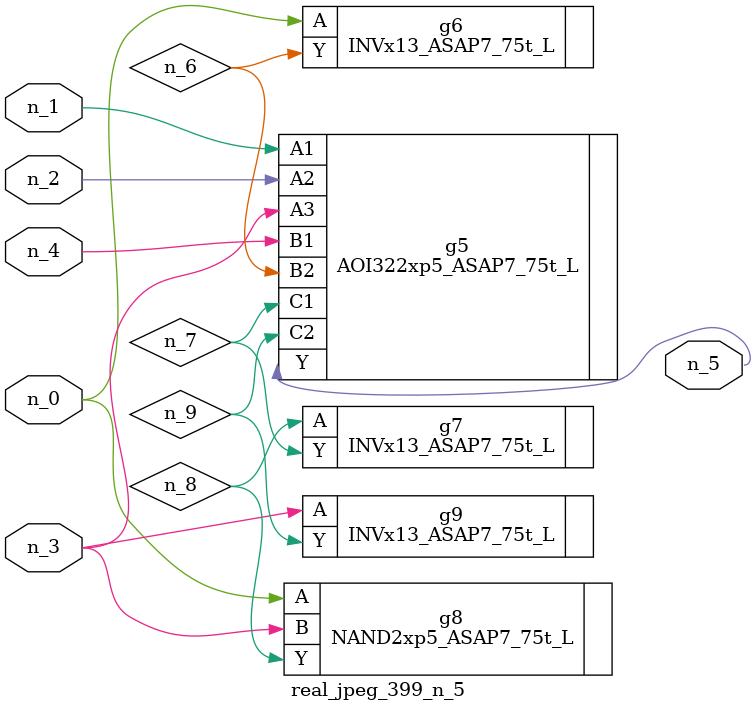
<source format=v>
module real_jpeg_399_n_5 (n_4, n_0, n_1, n_2, n_3, n_5);

input n_4;
input n_0;
input n_1;
input n_2;
input n_3;

output n_5;

wire n_8;
wire n_6;
wire n_7;
wire n_9;

INVx13_ASAP7_75t_L g6 ( 
.A(n_0),
.Y(n_6)
);

NAND2xp5_ASAP7_75t_L g8 ( 
.A(n_0),
.B(n_3),
.Y(n_8)
);

AOI322xp5_ASAP7_75t_L g5 ( 
.A1(n_1),
.A2(n_2),
.A3(n_3),
.B1(n_4),
.B2(n_6),
.C1(n_7),
.C2(n_9),
.Y(n_5)
);

INVx13_ASAP7_75t_L g9 ( 
.A(n_3),
.Y(n_9)
);

INVx13_ASAP7_75t_L g7 ( 
.A(n_8),
.Y(n_7)
);


endmodule
</source>
